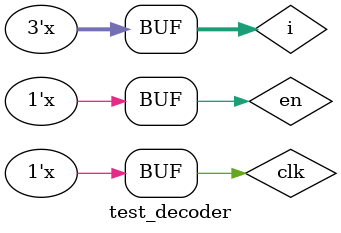
<source format=v>
`timescale 1ns / 1ps


module test_decoder(

    );
    reg clk=0, en=1;
    reg [2:0] i=0;
    wire [7:0] o;

    decoder_3to8 d(i, clk, en, o);
    always begin
        #5
        clk = ~clk;
        #10
        clk = ~clk;
        #5
        if (i == 7) begin
            en = ~en;
        end
        i = i + 1;
    end
endmodule

</source>
